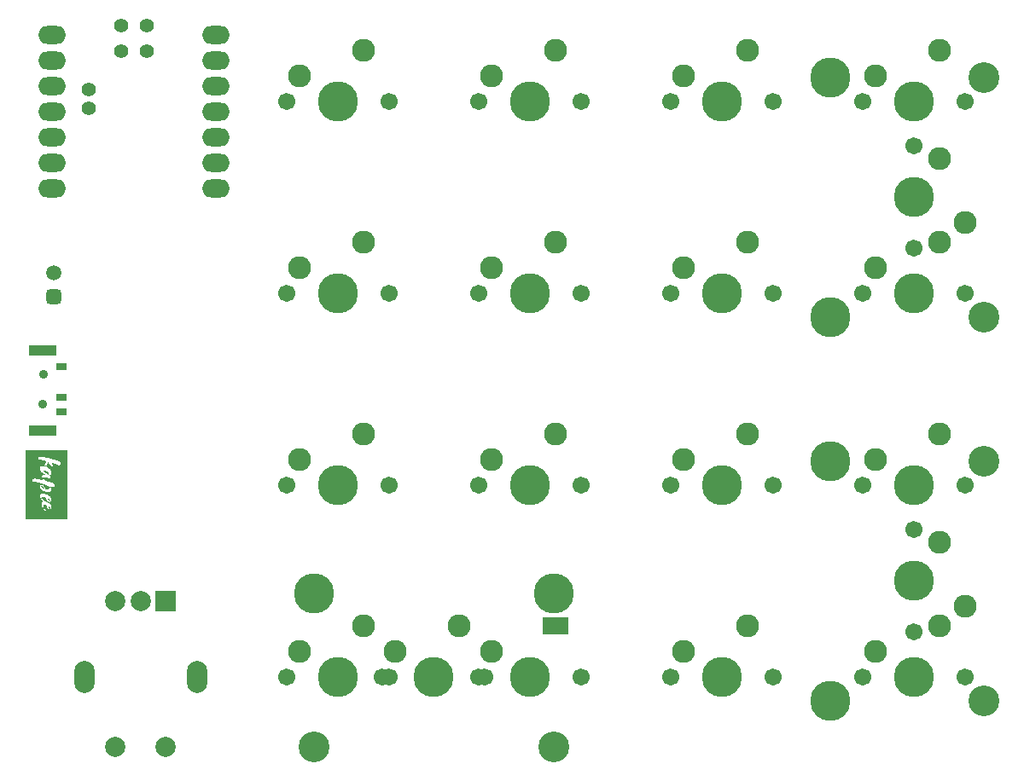
<source format=gbr>
%TF.GenerationSoftware,KiCad,Pcbnew,(7.0.0)*%
%TF.CreationDate,2023-06-29T20:35:03+03:00*%
%TF.ProjectId,kapeebar-a,6b617065-6562-4617-922d-612e6b696361,rev?*%
%TF.SameCoordinates,Original*%
%TF.FileFunction,Soldermask,Top*%
%TF.FilePolarity,Negative*%
%FSLAX46Y46*%
G04 Gerber Fmt 4.6, Leading zero omitted, Abs format (unit mm)*
G04 Created by KiCad (PCBNEW (7.0.0)) date 2023-06-29 20:35:03*
%MOMM*%
%LPD*%
G01*
G04 APERTURE LIST*
G04 Aperture macros list*
%AMRoundRect*
0 Rectangle with rounded corners*
0 $1 Rounding radius*
0 $2 $3 $4 $5 $6 $7 $8 $9 X,Y pos of 4 corners*
0 Add a 4 corners polygon primitive as box body*
4,1,4,$2,$3,$4,$5,$6,$7,$8,$9,$2,$3,0*
0 Add four circle primitives for the rounded corners*
1,1,$1+$1,$2,$3*
1,1,$1+$1,$4,$5*
1,1,$1+$1,$6,$7*
1,1,$1+$1,$8,$9*
0 Add four rect primitives between the rounded corners*
20,1,$1+$1,$2,$3,$4,$5,0*
20,1,$1+$1,$4,$5,$6,$7,0*
20,1,$1+$1,$6,$7,$8,$9,0*
20,1,$1+$1,$8,$9,$2,$3,0*%
G04 Aperture macros list end*
%ADD10C,0.250000*%
%ADD11O,2.750000X1.800000*%
%ADD12C,1.397000*%
%ADD13C,1.701800*%
%ADD14C,3.987800*%
%ADD15C,2.286000*%
%ADD16R,2.500000X1.800000*%
%ADD17RoundRect,0.375000X-0.375000X0.375000X-0.375000X-0.375000X0.375000X-0.375000X0.375000X0.375000X0*%
%ADD18C,3.048000*%
%ADD19C,0.900000*%
%ADD20R,1.000000X0.700000*%
%ADD21R,2.800000X1.000000*%
%ADD22C,1.500000*%
%ADD23O,2.000000X3.200000*%
%ADD24R,2.000000X2.000000*%
%ADD25C,2.000000*%
G04 APERTURE END LIST*
D10*
G36*
X135249448Y-98582203D02*
G01*
X135266835Y-98592232D01*
X135287260Y-98604790D01*
X135306229Y-98617372D01*
X135323744Y-98629978D01*
X135339803Y-98642607D01*
X135357154Y-98657794D01*
X135359859Y-98660354D01*
X135375566Y-98676794D01*
X135387974Y-98691912D01*
X135399762Y-98708317D01*
X135410929Y-98726010D01*
X135421476Y-98744992D01*
X135431404Y-98765261D01*
X135433968Y-98770672D01*
X135439097Y-98790214D01*
X135438242Y-98810690D01*
X135432299Y-98828455D01*
X135417238Y-98841953D01*
X135412925Y-98843587D01*
X135392470Y-98843709D01*
X135373762Y-98837068D01*
X135372106Y-98836270D01*
X135354761Y-98824459D01*
X135339855Y-98809995D01*
X135326061Y-98793683D01*
X135313679Y-98776985D01*
X135309805Y-98771573D01*
X135298597Y-98754881D01*
X135288006Y-98737501D01*
X135278034Y-98719435D01*
X135268681Y-98700682D01*
X135259945Y-98681241D01*
X135258566Y-98677975D01*
X135251330Y-98658398D01*
X135245880Y-98638854D01*
X135242217Y-98619345D01*
X135240339Y-98599871D01*
X135240406Y-98577194D01*
X135249448Y-98582203D01*
G37*
G36*
X135194852Y-97820074D02*
G01*
X135215177Y-97830023D01*
X135234434Y-97840049D01*
X135252623Y-97850150D01*
X135269743Y-97860328D01*
X135289640Y-97873158D01*
X135307867Y-97886107D01*
X135324425Y-97899176D01*
X135333826Y-97907393D01*
X135348941Y-97922196D01*
X135363364Y-97938382D01*
X135377096Y-97955951D01*
X135390136Y-97974903D01*
X135402484Y-97995240D01*
X135411864Y-98012504D01*
X135414429Y-98018023D01*
X135419558Y-98037698D01*
X135418703Y-98057934D01*
X135411819Y-98076724D01*
X135396233Y-98089197D01*
X135386371Y-98091578D01*
X135366830Y-98089978D01*
X135346896Y-98083335D01*
X135337076Y-98078319D01*
X135320521Y-98066572D01*
X135305183Y-98052537D01*
X135291405Y-98037717D01*
X135277042Y-98020320D01*
X135272856Y-98014958D01*
X135260617Y-97998277D01*
X135248859Y-97980703D01*
X135237582Y-97962236D01*
X135226785Y-97942876D01*
X135216470Y-97922623D01*
X135214817Y-97919178D01*
X135206001Y-97898731D01*
X135199075Y-97878661D01*
X135194037Y-97858969D01*
X135190889Y-97839654D01*
X135189603Y-97817599D01*
X135194852Y-97820074D01*
G37*
G36*
X134598879Y-96559260D02*
G01*
X134618075Y-96566587D01*
X134626379Y-96571121D01*
X134643720Y-96582478D01*
X134659695Y-96594920D01*
X134676418Y-96609699D01*
X134691348Y-96624228D01*
X134693918Y-96626845D01*
X134709557Y-96643446D01*
X134722878Y-96658460D01*
X134736462Y-96674548D01*
X134750308Y-96691710D01*
X134764416Y-96709944D01*
X134778787Y-96729253D01*
X134790411Y-96745319D01*
X134802081Y-96761767D01*
X134813797Y-96778597D01*
X134825559Y-96795809D01*
X134837367Y-96813402D01*
X134849220Y-96831377D01*
X134861119Y-96849733D01*
X134873064Y-96868471D01*
X134853072Y-96861542D01*
X134833699Y-96854494D01*
X134814947Y-96847326D01*
X134796815Y-96840040D01*
X134775875Y-96831138D01*
X134755828Y-96822065D01*
X134749449Y-96819029D01*
X134731434Y-96810127D01*
X134712544Y-96800133D01*
X134693760Y-96789226D01*
X134676205Y-96777613D01*
X134660780Y-96766574D01*
X134641523Y-96751710D01*
X134623762Y-96736678D01*
X134607497Y-96721477D01*
X134592728Y-96706109D01*
X134579455Y-96690573D01*
X134567678Y-96674869D01*
X134555060Y-96655003D01*
X134547176Y-96639593D01*
X134540129Y-96618681D01*
X134539157Y-96597627D01*
X134547607Y-96577973D01*
X134563365Y-96564633D01*
X134578363Y-96558527D01*
X134598879Y-96559260D01*
G37*
G36*
X137148713Y-99881732D02*
G01*
X132982344Y-99881732D01*
X132982344Y-96032183D01*
X133643057Y-96032183D01*
X133643068Y-96034404D01*
X133644385Y-96055660D01*
X133647896Y-96075200D01*
X133654293Y-96094710D01*
X133659107Y-96104006D01*
X133673662Y-96117550D01*
X133693860Y-96122065D01*
X133702952Y-96122674D01*
X133722934Y-96124612D01*
X133745313Y-96127513D01*
X133770089Y-96131375D01*
X133790243Y-96134902D01*
X133811745Y-96138971D01*
X133834596Y-96143581D01*
X133858795Y-96148731D01*
X133884341Y-96154423D01*
X133911236Y-96160655D01*
X133920434Y-96162839D01*
X133948491Y-96169585D01*
X133967582Y-96174245D01*
X133986982Y-96179034D01*
X134006691Y-96183954D01*
X134026710Y-96189003D01*
X134047037Y-96194181D01*
X134067674Y-96199490D01*
X134088619Y-96204928D01*
X134109874Y-96210496D01*
X134131438Y-96216194D01*
X134153311Y-96222021D01*
X134175494Y-96227978D01*
X134197985Y-96234065D01*
X134220785Y-96240282D01*
X134243895Y-96246629D01*
X134267235Y-96253080D01*
X134290728Y-96259612D01*
X134314374Y-96266223D01*
X134338173Y-96272915D01*
X134362124Y-96279687D01*
X134386227Y-96286539D01*
X134410484Y-96293472D01*
X134434893Y-96300484D01*
X134459454Y-96307577D01*
X134484169Y-96314750D01*
X134509036Y-96322002D01*
X134534055Y-96329335D01*
X134559228Y-96336749D01*
X134584553Y-96344242D01*
X134610030Y-96351815D01*
X134635660Y-96359469D01*
X134661361Y-96367220D01*
X134686929Y-96374963D01*
X134712362Y-96382699D01*
X134737662Y-96390427D01*
X134762829Y-96398147D01*
X134787862Y-96405860D01*
X134812761Y-96413565D01*
X134837527Y-96421262D01*
X134862159Y-96428952D01*
X134886658Y-96436634D01*
X134911023Y-96444309D01*
X134935255Y-96451976D01*
X134959353Y-96459635D01*
X134983317Y-96467287D01*
X135007148Y-96474931D01*
X135030845Y-96482567D01*
X135041135Y-96487009D01*
X135061171Y-96495985D01*
X135080481Y-96505083D01*
X135099066Y-96514304D01*
X135116927Y-96523646D01*
X135134062Y-96533110D01*
X135158405Y-96547536D01*
X135181117Y-96562236D01*
X135202197Y-96577211D01*
X135221646Y-96592461D01*
X135239463Y-96607986D01*
X135255649Y-96623785D01*
X135270203Y-96639860D01*
X135274681Y-96645289D01*
X135286888Y-96661513D01*
X135300306Y-96682999D01*
X135310458Y-96704317D01*
X135317342Y-96725467D01*
X135320960Y-96746449D01*
X135321311Y-96767263D01*
X135318395Y-96787909D01*
X135312213Y-96808387D01*
X135303504Y-96829079D01*
X135292765Y-96847436D01*
X135279996Y-96863456D01*
X135265196Y-96877142D01*
X135248366Y-96888491D01*
X135229506Y-96897505D01*
X135208616Y-96904184D01*
X135185695Y-96908527D01*
X135179698Y-96909313D01*
X135155430Y-96911706D01*
X135130719Y-96912893D01*
X135105566Y-96912874D01*
X135079970Y-96911649D01*
X135060483Y-96909939D01*
X135040746Y-96907550D01*
X135020761Y-96904483D01*
X135000526Y-96900738D01*
X134980043Y-96896315D01*
X134972637Y-96883490D01*
X134961465Y-96864475D01*
X134950215Y-96845726D01*
X134938887Y-96827243D01*
X134927483Y-96809026D01*
X134916001Y-96791076D01*
X134904442Y-96773392D01*
X134892806Y-96755974D01*
X134881092Y-96738822D01*
X134869301Y-96721936D01*
X134857433Y-96705317D01*
X134853465Y-96699878D01*
X134841580Y-96683869D01*
X134825773Y-96663246D01*
X134810012Y-96643447D01*
X134794296Y-96624472D01*
X134778626Y-96606322D01*
X134763003Y-96588996D01*
X134747424Y-96572494D01*
X134731892Y-96556817D01*
X134716421Y-96542147D01*
X134701026Y-96528424D01*
X134685707Y-96515647D01*
X134666666Y-96501007D01*
X134647745Y-96487845D01*
X134628942Y-96476163D01*
X134610259Y-96465959D01*
X134599228Y-96460615D01*
X134581072Y-96453197D01*
X134559663Y-96446751D01*
X134538665Y-96442985D01*
X134518080Y-96441897D01*
X134497907Y-96443488D01*
X134494932Y-96443970D01*
X134475010Y-96450388D01*
X134456677Y-96462136D01*
X134442229Y-96476447D01*
X134428948Y-96494674D01*
X134418773Y-96512853D01*
X134415090Y-96520711D01*
X134407319Y-96540723D01*
X134401599Y-96561259D01*
X134397931Y-96582320D01*
X134396784Y-96597627D01*
X134396314Y-96603906D01*
X134396748Y-96626017D01*
X134399233Y-96648652D01*
X134404072Y-96673458D01*
X134410285Y-96697806D01*
X134417872Y-96721696D01*
X134426833Y-96745128D01*
X134437167Y-96768102D01*
X134448876Y-96790619D01*
X134461958Y-96812677D01*
X134476414Y-96834277D01*
X134484154Y-96844894D01*
X134496163Y-96860562D01*
X134508654Y-96875920D01*
X134521626Y-96890970D01*
X134535078Y-96905710D01*
X134549011Y-96920142D01*
X134563426Y-96934264D01*
X134578321Y-96948077D01*
X134593696Y-96961581D01*
X134609553Y-96974776D01*
X134625891Y-96987661D01*
X134637086Y-96996134D01*
X134654186Y-97008556D01*
X134671656Y-97020634D01*
X134689494Y-97032369D01*
X134707703Y-97043761D01*
X134726280Y-97054809D01*
X134745226Y-97065514D01*
X134764542Y-97075875D01*
X134784227Y-97085893D01*
X134804281Y-97095567D01*
X134824704Y-97104898D01*
X134838514Y-97110974D01*
X134859263Y-97119743D01*
X134880056Y-97128101D01*
X134900891Y-97136047D01*
X134921770Y-97143580D01*
X134942691Y-97150701D01*
X134963656Y-97157410D01*
X134984663Y-97163707D01*
X135005713Y-97169592D01*
X135026806Y-97175064D01*
X135047942Y-97180125D01*
X135058075Y-97199451D01*
X135068077Y-97218837D01*
X135077950Y-97238285D01*
X135087693Y-97257794D01*
X135097306Y-97277364D01*
X135106790Y-97296995D01*
X135116143Y-97316687D01*
X135125367Y-97336440D01*
X135134462Y-97356254D01*
X135143426Y-97376130D01*
X135152261Y-97396066D01*
X135160966Y-97416063D01*
X135169541Y-97436122D01*
X135177986Y-97456241D01*
X135186302Y-97476422D01*
X135192136Y-97490850D01*
X135172677Y-97479805D01*
X135153081Y-97469095D01*
X135133545Y-97458831D01*
X135114069Y-97449013D01*
X135094653Y-97439642D01*
X135075298Y-97430718D01*
X135062299Y-97425037D01*
X135042143Y-97416738D01*
X135021198Y-97408706D01*
X134999462Y-97400939D01*
X134976936Y-97393439D01*
X134953621Y-97386204D01*
X134929515Y-97379236D01*
X134904619Y-97372534D01*
X134878934Y-97366099D01*
X134852458Y-97359929D01*
X134825193Y-97354026D01*
X134818656Y-97352682D01*
X134799379Y-97349011D01*
X134774451Y-97344958D01*
X134750409Y-97341867D01*
X134727251Y-97339738D01*
X134704980Y-97338570D01*
X134683593Y-97338364D01*
X134663092Y-97339119D01*
X134643476Y-97340837D01*
X134620130Y-97344142D01*
X134598024Y-97348259D01*
X134577159Y-97353187D01*
X134557533Y-97358926D01*
X134535620Y-97366883D01*
X134515493Y-97376008D01*
X134499989Y-97384430D01*
X134482770Y-97395008D01*
X134464591Y-97408002D01*
X134448469Y-97421696D01*
X134434404Y-97436091D01*
X134425546Y-97446693D01*
X134413257Y-97463310D01*
X134402206Y-97481492D01*
X134393372Y-97501060D01*
X134393372Y-97521607D01*
X134393372Y-97542215D01*
X134393372Y-97562884D01*
X134393372Y-97583614D01*
X134393494Y-97592168D01*
X134394867Y-97613604D01*
X134397768Y-97635111D01*
X134402195Y-97656690D01*
X134408148Y-97678340D01*
X134415628Y-97700062D01*
X134424635Y-97721855D01*
X134432908Y-97739410D01*
X134441854Y-97756904D01*
X134451471Y-97774337D01*
X134461759Y-97791709D01*
X134472720Y-97809020D01*
X134484352Y-97826269D01*
X134496656Y-97843458D01*
X134509631Y-97860585D01*
X134523316Y-97877751D01*
X134537505Y-97894810D01*
X134552198Y-97911762D01*
X134567395Y-97928607D01*
X134583095Y-97945345D01*
X134599299Y-97961977D01*
X134616006Y-97978501D01*
X134633218Y-97994919D01*
X134650742Y-98011306D01*
X134668389Y-98027495D01*
X134686158Y-98043485D01*
X134704048Y-98059277D01*
X134722061Y-98074870D01*
X134740196Y-98090265D01*
X134758453Y-98105462D01*
X134776833Y-98120460D01*
X134764733Y-98122152D01*
X134741576Y-98126533D01*
X134719808Y-98132243D01*
X134699429Y-98139280D01*
X134680439Y-98147645D01*
X134662838Y-98157339D01*
X134642791Y-98171323D01*
X134624914Y-98187382D01*
X134615274Y-98197633D01*
X134600734Y-98214280D01*
X134588102Y-98230377D01*
X134575462Y-98248970D01*
X134565570Y-98266773D01*
X134557503Y-98286545D01*
X134555799Y-98292809D01*
X134551488Y-98312038D01*
X134548380Y-98331919D01*
X134546474Y-98352452D01*
X134545769Y-98373639D01*
X134546268Y-98395477D01*
X134546924Y-98406664D01*
X134548882Y-98429115D01*
X134551699Y-98451670D01*
X134555374Y-98474327D01*
X134559907Y-98497088D01*
X134564341Y-98516133D01*
X134566334Y-98523764D01*
X134571648Y-98542824D01*
X134577439Y-98561860D01*
X134583707Y-98580872D01*
X134590453Y-98599861D01*
X134597675Y-98618825D01*
X134605374Y-98637766D01*
X134610184Y-98649008D01*
X134618411Y-98667228D01*
X134628629Y-98688242D01*
X134639225Y-98708329D01*
X134650199Y-98727489D01*
X134661550Y-98745721D01*
X134674464Y-98764788D01*
X134687806Y-98783640D01*
X134701575Y-98802279D01*
X134715772Y-98820704D01*
X134730396Y-98838915D01*
X134745448Y-98856913D01*
X134760926Y-98874697D01*
X134776833Y-98892267D01*
X134793067Y-98909563D01*
X134809531Y-98926522D01*
X134826223Y-98943146D01*
X134843145Y-98959434D01*
X134860295Y-98975386D01*
X134877675Y-98991002D01*
X134895283Y-99006283D01*
X134913120Y-99021227D01*
X134930981Y-99035829D01*
X134948658Y-99050079D01*
X134966152Y-99063978D01*
X134983462Y-99077525D01*
X135000590Y-99090722D01*
X135017534Y-99103568D01*
X135034295Y-99116062D01*
X135050873Y-99128206D01*
X135059105Y-99134186D01*
X135075133Y-99145757D01*
X135094353Y-99159491D01*
X135112667Y-99172414D01*
X135130074Y-99184526D01*
X135146574Y-99195827D01*
X135165179Y-99208317D01*
X135181393Y-99216947D01*
X135201327Y-99221018D01*
X135212843Y-99220675D01*
X135231124Y-99213202D01*
X135235124Y-99208348D01*
X135236498Y-99188290D01*
X135232368Y-99178956D01*
X135219580Y-99163564D01*
X135204258Y-99150188D01*
X135195122Y-99143814D01*
X135178755Y-99132337D01*
X135162677Y-99121014D01*
X135144380Y-99108094D01*
X135128146Y-99096607D01*
X135110491Y-99084097D01*
X135091418Y-99070564D01*
X135081581Y-99063449D01*
X135061874Y-99048657D01*
X135042121Y-99033117D01*
X135022322Y-99016829D01*
X135007442Y-99004122D01*
X134992537Y-98990995D01*
X134977607Y-98977446D01*
X134962650Y-98963477D01*
X134947668Y-98949088D01*
X134932660Y-98934277D01*
X134922734Y-98924200D01*
X134908173Y-98908849D01*
X134894008Y-98893214D01*
X134880238Y-98877295D01*
X134866863Y-98861094D01*
X134853883Y-98844609D01*
X134841298Y-98827841D01*
X134829107Y-98810789D01*
X134817312Y-98793454D01*
X134805912Y-98775835D01*
X134794907Y-98757934D01*
X134787927Y-98745920D01*
X134778301Y-98727728D01*
X134769689Y-98709329D01*
X134762089Y-98690725D01*
X134755504Y-98671914D01*
X134749931Y-98652898D01*
X134745371Y-98633675D01*
X134741825Y-98614246D01*
X134739292Y-98594611D01*
X134737772Y-98574771D01*
X134737265Y-98554724D01*
X134738742Y-98532043D01*
X134743173Y-98511630D01*
X134750558Y-98493484D01*
X134762906Y-98475178D01*
X134779275Y-98459957D01*
X134790335Y-98452890D01*
X134808556Y-98444635D01*
X134828734Y-98439197D01*
X134850871Y-98436575D01*
X134870813Y-98436542D01*
X134892115Y-98438464D01*
X134898806Y-98439388D01*
X134918196Y-98442265D01*
X134942460Y-98446341D01*
X134964907Y-98450691D01*
X134985538Y-98455317D01*
X135008772Y-98461485D01*
X135029168Y-98468082D01*
X135049896Y-98476566D01*
X135050888Y-98500111D01*
X135052764Y-98522934D01*
X135055525Y-98545036D01*
X135059170Y-98566417D01*
X135063699Y-98587076D01*
X135067173Y-98599871D01*
X135069113Y-98607014D01*
X135075412Y-98626231D01*
X135082594Y-98644727D01*
X135093547Y-98668266D01*
X135106072Y-98690523D01*
X135116008Y-98706560D01*
X135129110Y-98727114D01*
X135142043Y-98746722D01*
X135154809Y-98765384D01*
X135167406Y-98783099D01*
X135179836Y-98799868D01*
X135192098Y-98815690D01*
X135207189Y-98834137D01*
X135222026Y-98850257D01*
X135238208Y-98864912D01*
X135255732Y-98878101D01*
X135274600Y-98889825D01*
X135277075Y-98891186D01*
X135294536Y-98899991D01*
X135314778Y-98908509D01*
X135335325Y-98915379D01*
X135356177Y-98920599D01*
X135377212Y-98923897D01*
X135397820Y-98924996D01*
X135418001Y-98923897D01*
X135437754Y-98920599D01*
X135449844Y-98917682D01*
X135470225Y-98910809D01*
X135488828Y-98901848D01*
X135505653Y-98890802D01*
X135520003Y-98875964D01*
X135530855Y-98858273D01*
X135538892Y-98839611D01*
X135545762Y-98817721D01*
X135550594Y-98797012D01*
X135551452Y-98792631D01*
X135554910Y-98770268D01*
X135556985Y-98747141D01*
X135557677Y-98723251D01*
X135557234Y-98703590D01*
X135555906Y-98683440D01*
X135553693Y-98662801D01*
X135550594Y-98641674D01*
X135546327Y-98617555D01*
X135540611Y-98593802D01*
X135533444Y-98570416D01*
X135524826Y-98547396D01*
X135514759Y-98524743D01*
X135503242Y-98502456D01*
X135490274Y-98480535D01*
X135475856Y-98458980D01*
X135460499Y-98438105D01*
X135444471Y-98417978D01*
X135427770Y-98398599D01*
X135410399Y-98379968D01*
X135392355Y-98362085D01*
X135373640Y-98344950D01*
X135354253Y-98328562D01*
X135334195Y-98312923D01*
X135322901Y-98304472D01*
X135305966Y-98292160D01*
X135289041Y-98280286D01*
X135272123Y-98268850D01*
X135255215Y-98257852D01*
X135238315Y-98247292D01*
X135221423Y-98237170D01*
X135198915Y-98224355D01*
X135176422Y-98212318D01*
X135153944Y-98201060D01*
X135148288Y-98198359D01*
X135124902Y-98187891D01*
X135106561Y-98180391D01*
X135087533Y-98173191D01*
X135067818Y-98166292D01*
X135047416Y-98159693D01*
X135026327Y-98153394D01*
X135004551Y-98147397D01*
X134982088Y-98141699D01*
X134958939Y-98136303D01*
X134935102Y-98131206D01*
X134932171Y-98130230D01*
X134924489Y-98124482D01*
X134905384Y-98110047D01*
X134886421Y-98095517D01*
X134867602Y-98080891D01*
X134848926Y-98066169D01*
X134830394Y-98051352D01*
X134812004Y-98036440D01*
X134804732Y-98030462D01*
X134787036Y-98015567D01*
X134770032Y-98000743D01*
X134753720Y-97985990D01*
X134738099Y-97971309D01*
X134723170Y-97956700D01*
X134708933Y-97942163D01*
X134706203Y-97939297D01*
X134690541Y-97922284D01*
X134676115Y-97905580D01*
X134662926Y-97889185D01*
X134650973Y-97873100D01*
X134638591Y-97854724D01*
X134628313Y-97836839D01*
X134619658Y-97817085D01*
X134614300Y-97798065D01*
X134612213Y-97777543D01*
X134613251Y-97758662D01*
X134617235Y-97738145D01*
X134625660Y-97717161D01*
X134638152Y-97699357D01*
X134654711Y-97684731D01*
X134669027Y-97676478D01*
X134688536Y-97668967D01*
X134710587Y-97664067D01*
X134730904Y-97661978D01*
X134752986Y-97661701D01*
X134776833Y-97663237D01*
X134780575Y-97663700D01*
X134802488Y-97666677D01*
X134823474Y-97669997D01*
X134843533Y-97673660D01*
X134862664Y-97677668D01*
X134883811Y-97682777D01*
X134895199Y-97685921D01*
X134915960Y-97692027D01*
X134936104Y-97698605D01*
X134956107Y-97706224D01*
X134956178Y-97714068D01*
X134957237Y-97737212D01*
X134959566Y-97759772D01*
X134963167Y-97781748D01*
X134968039Y-97803141D01*
X134972307Y-97817599D01*
X134974181Y-97823949D01*
X134976480Y-97830811D01*
X134983859Y-97850938D01*
X134991959Y-97870378D01*
X135000781Y-97889131D01*
X135010323Y-97907198D01*
X135020587Y-97924577D01*
X135029501Y-97938688D01*
X135040354Y-97954991D01*
X135053234Y-97973143D01*
X135066347Y-97990360D01*
X135079694Y-98006643D01*
X135092901Y-98022227D01*
X135107364Y-98038950D01*
X135121157Y-98054513D01*
X135135870Y-98070634D01*
X135144495Y-98079816D01*
X135160543Y-98094820D01*
X135177807Y-98108467D01*
X135196286Y-98120759D01*
X135215981Y-98131695D01*
X135227606Y-98137328D01*
X135248059Y-98146083D01*
X135268652Y-98153436D01*
X135289385Y-98159387D01*
X135310259Y-98163935D01*
X135322181Y-98165897D01*
X135342825Y-98168191D01*
X135363187Y-98169036D01*
X135383270Y-98168431D01*
X135403071Y-98166377D01*
X135425053Y-98162378D01*
X135445570Y-98156241D01*
X135464621Y-98147968D01*
X135482206Y-98137557D01*
X135486702Y-98134498D01*
X135501114Y-98120817D01*
X135513469Y-98102508D01*
X135522422Y-98083131D01*
X135528729Y-98064386D01*
X135533986Y-98043279D01*
X135538143Y-98020846D01*
X135540845Y-97997817D01*
X135542093Y-97974192D01*
X135541885Y-97949971D01*
X135540672Y-97930164D01*
X135538527Y-97909976D01*
X135535451Y-97889406D01*
X135532810Y-97876992D01*
X135526338Y-97852415D01*
X135518278Y-97828174D01*
X135508630Y-97804268D01*
X135500353Y-97786560D01*
X135491182Y-97769040D01*
X135481118Y-97751709D01*
X135470162Y-97734568D01*
X135458312Y-97717615D01*
X135445570Y-97700851D01*
X135436699Y-97689839D01*
X135423099Y-97673700D01*
X135409147Y-97658017D01*
X135394843Y-97642788D01*
X135380187Y-97628015D01*
X135365179Y-97613696D01*
X135349819Y-97599833D01*
X135334107Y-97586425D01*
X135318042Y-97573472D01*
X135301626Y-97560974D01*
X135284858Y-97548932D01*
X135271560Y-97540055D01*
X135251663Y-97527112D01*
X135250165Y-97526168D01*
X135252129Y-97515226D01*
X135252335Y-97510158D01*
X135250253Y-97490065D01*
X135244802Y-97471262D01*
X135241615Y-97462710D01*
X135233549Y-97441296D01*
X135225339Y-97419834D01*
X135216986Y-97398324D01*
X135208490Y-97376767D01*
X135199851Y-97355162D01*
X135191069Y-97333509D01*
X135187577Y-97324898D01*
X135178747Y-97303353D01*
X135169774Y-97281783D01*
X135160658Y-97260190D01*
X135151398Y-97238573D01*
X135141996Y-97216933D01*
X135132450Y-97195268D01*
X135139442Y-97196611D01*
X135159317Y-97199176D01*
X135166577Y-97199648D01*
X135186184Y-97200153D01*
X135199047Y-97201364D01*
X135223914Y-97202998D01*
X135247636Y-97203578D01*
X135270213Y-97203105D01*
X135291645Y-97201578D01*
X135311933Y-97198998D01*
X135335682Y-97194292D01*
X135357642Y-97187941D01*
X135374190Y-97181911D01*
X135393672Y-97173558D01*
X135411818Y-97164299D01*
X135431831Y-97151991D01*
X135449920Y-97138378D01*
X135466086Y-97123461D01*
X135468628Y-97120889D01*
X135482939Y-97105158D01*
X135495636Y-97088912D01*
X135506719Y-97072151D01*
X135516187Y-97054875D01*
X135525193Y-97034068D01*
X135528557Y-97025135D01*
X135535506Y-97004625D01*
X135541193Y-96984583D01*
X135545618Y-96965008D01*
X135549129Y-96943209D01*
X135550630Y-96922611D01*
X135550920Y-96902400D01*
X135550000Y-96882575D01*
X135546890Y-96856742D01*
X135541627Y-96831596D01*
X135534212Y-96807138D01*
X135524645Y-96783366D01*
X135512925Y-96760281D01*
X135502723Y-96743419D01*
X135495403Y-96732390D01*
X135483994Y-96716161D01*
X135472070Y-96700310D01*
X135459631Y-96684837D01*
X135446676Y-96669741D01*
X135433207Y-96655024D01*
X135419222Y-96640684D01*
X135404722Y-96626722D01*
X135389707Y-96613138D01*
X135374176Y-96599932D01*
X135358131Y-96587103D01*
X135375436Y-96593167D01*
X135397921Y-96601025D01*
X135419735Y-96608623D01*
X135440878Y-96615962D01*
X135461348Y-96623041D01*
X135481147Y-96629860D01*
X135500274Y-96636421D01*
X135523239Y-96644256D01*
X135536445Y-96648754D01*
X135557311Y-96655888D01*
X135576745Y-96662569D01*
X135598178Y-96669988D01*
X135617549Y-96676754D01*
X135637545Y-96683823D01*
X135658641Y-96690693D01*
X135679921Y-96695181D01*
X135701384Y-96697287D01*
X135723030Y-96697012D01*
X135744553Y-96694204D01*
X135765161Y-96688708D01*
X135784854Y-96680526D01*
X135803630Y-96669657D01*
X135812613Y-96663330D01*
X135827490Y-96650604D01*
X135841291Y-96635774D01*
X135854017Y-96618841D01*
X135865667Y-96599804D01*
X135870233Y-96591110D01*
X135878178Y-96572666D01*
X135884544Y-96552813D01*
X135889329Y-96531553D01*
X135892535Y-96508884D01*
X135894000Y-96488918D01*
X135893053Y-96476041D01*
X135888084Y-96456985D01*
X135878856Y-96438237D01*
X135865370Y-96419799D01*
X135850877Y-96404670D01*
X135833427Y-96389755D01*
X135817948Y-96378192D01*
X135801798Y-96366949D01*
X135784976Y-96356027D01*
X135767482Y-96345425D01*
X135749316Y-96335144D01*
X135730479Y-96325183D01*
X135710970Y-96315543D01*
X135690790Y-96306224D01*
X135670388Y-96297225D01*
X135649970Y-96288547D01*
X135629538Y-96280189D01*
X135609090Y-96272152D01*
X135588627Y-96264436D01*
X135568149Y-96257040D01*
X135547656Y-96249964D01*
X135527147Y-96243209D01*
X135507409Y-96236851D01*
X135484583Y-96229569D01*
X135463808Y-96223027D01*
X135445084Y-96217224D01*
X135425323Y-96211236D01*
X135406002Y-96205596D01*
X135383108Y-96199114D01*
X135360222Y-96192613D01*
X135337343Y-96186093D01*
X135314472Y-96179553D01*
X135291609Y-96172995D01*
X135268753Y-96166418D01*
X135245905Y-96159821D01*
X135223064Y-96153206D01*
X135200232Y-96146571D01*
X135177406Y-96139917D01*
X135154589Y-96133245D01*
X135131779Y-96126553D01*
X135108976Y-96119842D01*
X135086182Y-96113112D01*
X135063395Y-96106363D01*
X135040615Y-96099594D01*
X135025673Y-96095165D01*
X135012358Y-96086448D01*
X134995959Y-96075495D01*
X134979603Y-96064352D01*
X134963289Y-96053020D01*
X134947019Y-96041500D01*
X134930792Y-96029791D01*
X134914607Y-96017892D01*
X134898466Y-96005805D01*
X134893119Y-96001770D01*
X134877392Y-95989594D01*
X134857158Y-95973199D01*
X134837764Y-95956621D01*
X134819209Y-95939860D01*
X134801494Y-95922915D01*
X134784618Y-95905788D01*
X134768582Y-95888477D01*
X134753385Y-95870983D01*
X134746272Y-95862297D01*
X134733693Y-95845200D01*
X134723313Y-95828470D01*
X134713429Y-95808072D01*
X134706979Y-95788246D01*
X134703774Y-95765211D01*
X134705514Y-95743000D01*
X134709945Y-95730966D01*
X134726168Y-95718631D01*
X134746547Y-95713202D01*
X134756355Y-95711897D01*
X134777665Y-95710248D01*
X134798164Y-95709858D01*
X134820394Y-95710449D01*
X134840824Y-95711737D01*
X134854998Y-95713050D01*
X134876745Y-95715362D01*
X134899076Y-95718087D01*
X134921991Y-95721224D01*
X134941533Y-95724153D01*
X134961480Y-95727368D01*
X134977608Y-95730116D01*
X134997446Y-95733723D01*
X135016925Y-95737520D01*
X135039829Y-95742328D01*
X135062217Y-95747412D01*
X135084090Y-95752770D01*
X135105208Y-95758380D01*
X135125329Y-95763852D01*
X135144455Y-95769187D01*
X135165509Y-95775238D01*
X135185207Y-95781102D01*
X135200543Y-95785756D01*
X135220988Y-95792215D01*
X135240406Y-95799176D01*
X135257473Y-95805871D01*
X135279188Y-95813114D01*
X135299712Y-95818434D01*
X135323693Y-95822379D01*
X135345813Y-95823319D01*
X135366072Y-95821253D01*
X135387928Y-95814807D01*
X135407208Y-95805402D01*
X135424015Y-95794039D01*
X135440498Y-95778308D01*
X135453614Y-95759912D01*
X135462178Y-95742023D01*
X135464525Y-95735764D01*
X135469689Y-95716622D01*
X135472036Y-95696930D01*
X135471566Y-95676688D01*
X135468280Y-95655897D01*
X135462178Y-95634556D01*
X135459604Y-95627481D01*
X135450302Y-95607812D01*
X135438630Y-95590478D01*
X135424588Y-95575480D01*
X135408176Y-95562817D01*
X135389394Y-95552491D01*
X135383903Y-95549774D01*
X135361425Y-95538318D01*
X135344026Y-95529104D01*
X135326163Y-95519358D01*
X135307836Y-95509080D01*
X135289045Y-95498270D01*
X135269791Y-95486927D01*
X135250073Y-95475051D01*
X135229892Y-95462643D01*
X135209247Y-95449703D01*
X135188138Y-95436231D01*
X135173975Y-95427047D01*
X135152975Y-95413178D01*
X135132267Y-95399198D01*
X135111851Y-95385105D01*
X135091727Y-95370902D01*
X135071894Y-95356586D01*
X135052354Y-95342159D01*
X135033106Y-95327621D01*
X135014149Y-95312970D01*
X134995485Y-95298208D01*
X134977112Y-95283335D01*
X134965121Y-95273474D01*
X134947736Y-95258796D01*
X134931072Y-95244256D01*
X134915130Y-95229853D01*
X134899908Y-95215588D01*
X134885408Y-95201460D01*
X134871630Y-95187470D01*
X134854380Y-95169029D01*
X134838412Y-95150833D01*
X134823727Y-95132881D01*
X134817036Y-95124176D01*
X134805632Y-95107659D01*
X134795092Y-95088688D01*
X134787891Y-95068377D01*
X134786999Y-95048068D01*
X134795884Y-95029322D01*
X134805393Y-95021878D01*
X134825542Y-95016854D01*
X134846198Y-95017599D01*
X134848477Y-95017907D01*
X134867998Y-95020986D01*
X134887605Y-95025040D01*
X134908235Y-95030788D01*
X134916641Y-95033360D01*
X134937471Y-95040391D01*
X134958038Y-95048282D01*
X134978343Y-95057031D01*
X134998386Y-95066638D01*
X135018166Y-95077104D01*
X135037684Y-95088429D01*
X135045416Y-95093180D01*
X135064545Y-95105493D01*
X135083388Y-95118425D01*
X135101945Y-95131978D01*
X135120215Y-95146151D01*
X135138200Y-95160943D01*
X135155898Y-95176357D01*
X135173145Y-95192122D01*
X135188985Y-95207543D01*
X135203416Y-95222621D01*
X135218473Y-95239779D01*
X135231613Y-95256468D01*
X135243330Y-95272834D01*
X135255062Y-95290793D01*
X135265022Y-95307959D01*
X135274111Y-95326322D01*
X135281384Y-95343718D01*
X135288384Y-95363721D01*
X135293651Y-95383963D01*
X135295832Y-95393569D01*
X135300439Y-95413674D01*
X135304886Y-95432812D01*
X135305476Y-95435496D01*
X135313116Y-95454639D01*
X135325947Y-95469629D01*
X135343967Y-95480467D01*
X135363993Y-95486545D01*
X135370299Y-95487802D01*
X135391680Y-95490851D01*
X135411986Y-95491796D01*
X135433877Y-95490300D01*
X135454362Y-95486056D01*
X135456787Y-95485141D01*
X135474915Y-95475615D01*
X135490783Y-95462182D01*
X135504392Y-95444840D01*
X135514446Y-95426461D01*
X135519522Y-95415203D01*
X135526972Y-95395391D01*
X135532598Y-95375439D01*
X135536402Y-95355347D01*
X135538382Y-95335114D01*
X135539313Y-95311331D01*
X135539176Y-95287121D01*
X135537970Y-95262483D01*
X135535695Y-95237417D01*
X135532352Y-95211924D01*
X135529144Y-95192524D01*
X135525334Y-95172884D01*
X135520923Y-95153003D01*
X135515912Y-95132881D01*
X135512187Y-95119444D01*
X135505684Y-95099503D01*
X135498082Y-95079820D01*
X135489381Y-95060394D01*
X135479581Y-95041225D01*
X135468681Y-95022315D01*
X135456683Y-95003662D01*
X135443585Y-94985266D01*
X135429389Y-94967128D01*
X135414093Y-94949248D01*
X135397698Y-94931625D01*
X135382570Y-94915648D01*
X135367351Y-94900080D01*
X135352040Y-94884919D01*
X135336637Y-94870168D01*
X135321143Y-94855824D01*
X135305557Y-94841889D01*
X135289880Y-94828362D01*
X135274111Y-94815243D01*
X135258251Y-94802533D01*
X135242299Y-94790231D01*
X135226255Y-94778338D01*
X135210120Y-94766853D01*
X135193893Y-94755776D01*
X135169381Y-94739927D01*
X135144662Y-94724996D01*
X135128153Y-94715581D01*
X135103532Y-94702103D01*
X135079083Y-94689397D01*
X135054806Y-94677465D01*
X135030700Y-94666305D01*
X135006766Y-94655918D01*
X134983004Y-94646304D01*
X134959414Y-94637462D01*
X134935995Y-94629394D01*
X134912748Y-94622098D01*
X134889673Y-94615575D01*
X134866968Y-94609886D01*
X134844650Y-94604910D01*
X134822718Y-94600647D01*
X134801173Y-94597096D01*
X134780014Y-94594259D01*
X134759242Y-94592133D01*
X134738855Y-94590721D01*
X134718856Y-94590021D01*
X134692790Y-94590197D01*
X134667412Y-94591639D01*
X134655114Y-94592799D01*
X134631468Y-94595852D01*
X134609089Y-94599882D01*
X134587978Y-94604889D01*
X134568133Y-94610873D01*
X134549555Y-94617834D01*
X134528115Y-94627909D01*
X134508654Y-94639511D01*
X134501380Y-94643579D01*
X134484197Y-94654618D01*
X134468446Y-94666896D01*
X134454125Y-94680416D01*
X134441235Y-94695175D01*
X134429777Y-94711175D01*
X134419750Y-94728415D01*
X134416201Y-94735653D01*
X134408329Y-94754031D01*
X134401889Y-94772814D01*
X134396881Y-94792003D01*
X134393303Y-94811597D01*
X134391156Y-94831597D01*
X134390441Y-94852002D01*
X134390546Y-94860266D01*
X134391726Y-94881110D01*
X134394219Y-94902217D01*
X134398023Y-94923586D01*
X134403139Y-94945217D01*
X134409567Y-94967111D01*
X134417307Y-94989267D01*
X134422577Y-95002679D01*
X134432389Y-95024804D01*
X134441167Y-95042298D01*
X134450769Y-95059608D01*
X134461195Y-95076736D01*
X134472445Y-95093680D01*
X134484520Y-95110441D01*
X134497419Y-95127019D01*
X134513493Y-95146101D01*
X134530697Y-95164999D01*
X134544341Y-95179053D01*
X134558621Y-95193003D01*
X134573536Y-95206851D01*
X134589086Y-95220595D01*
X134605272Y-95234236D01*
X134622093Y-95247775D01*
X134639550Y-95261210D01*
X134657642Y-95274542D01*
X134669992Y-95283402D01*
X134688573Y-95296483D01*
X134707224Y-95309316D01*
X134725942Y-95321900D01*
X134744730Y-95334235D01*
X134763586Y-95346320D01*
X134782511Y-95358157D01*
X134801505Y-95369745D01*
X134820568Y-95381084D01*
X134839699Y-95392173D01*
X134858898Y-95403014D01*
X134871757Y-95410164D01*
X134890953Y-95420681D01*
X134910037Y-95430949D01*
X134929009Y-95440968D01*
X134947870Y-95450739D01*
X134966619Y-95460260D01*
X134985256Y-95469532D01*
X135003782Y-95478555D01*
X135022196Y-95487329D01*
X135040498Y-95495854D01*
X135058689Y-95504130D01*
X135070691Y-95509544D01*
X135093803Y-95519878D01*
X135115724Y-95529556D01*
X135136454Y-95538578D01*
X135155993Y-95546944D01*
X135174342Y-95554652D01*
X135195603Y-95563366D01*
X135215004Y-95571053D01*
X135207124Y-95568393D01*
X135183810Y-95560741D01*
X135160985Y-95553579D01*
X135138650Y-95546905D01*
X135116804Y-95540722D01*
X135095448Y-95535027D01*
X135074581Y-95529822D01*
X135054203Y-95525107D01*
X135034315Y-95520881D01*
X135014916Y-95517144D01*
X134989813Y-95512923D01*
X134977652Y-95511156D01*
X134954006Y-95508012D01*
X134931261Y-95505386D01*
X134909417Y-95503279D01*
X134888473Y-95501692D01*
X134868430Y-95500623D01*
X134844642Y-95500017D01*
X134822262Y-95500223D01*
X134813752Y-95500509D01*
X134793344Y-95501592D01*
X134770492Y-95503584D01*
X134749426Y-95506331D01*
X134730146Y-95509835D01*
X134709910Y-95514877D01*
X134701965Y-95517372D01*
X134682792Y-95524233D01*
X134662947Y-95533240D01*
X134646407Y-95543698D01*
X134642440Y-95547175D01*
X134627831Y-95561639D01*
X134615238Y-95576988D01*
X134602329Y-95597420D01*
X134592569Y-95619235D01*
X134585957Y-95642433D01*
X134582934Y-95661988D01*
X134581927Y-95682428D01*
X134582851Y-95703730D01*
X134585621Y-95725628D01*
X134590239Y-95748121D01*
X134596704Y-95771210D01*
X134605016Y-95794894D01*
X134612462Y-95813048D01*
X134620947Y-95831536D01*
X134630471Y-95850359D01*
X134641034Y-95869518D01*
X134643351Y-95873451D01*
X134655751Y-95892959D01*
X134669511Y-95912205D01*
X134684631Y-95931189D01*
X134697706Y-95946187D01*
X134711650Y-95961017D01*
X134726465Y-95975679D01*
X134742150Y-95990174D01*
X134754748Y-96001136D01*
X134772841Y-96016233D01*
X134790514Y-96030360D01*
X134788677Y-96029888D01*
X134765567Y-96024032D01*
X134742423Y-96018256D01*
X134719245Y-96012560D01*
X134696032Y-96006944D01*
X134672785Y-96001409D01*
X134650172Y-95996005D01*
X134627516Y-95990662D01*
X134604819Y-95985380D01*
X134582080Y-95980160D01*
X134559298Y-95975000D01*
X134536475Y-95969902D01*
X134513610Y-95964864D01*
X134490702Y-95959888D01*
X134467753Y-95954972D01*
X134444762Y-95950118D01*
X134421728Y-95945325D01*
X134398653Y-95940592D01*
X134375536Y-95935921D01*
X134352377Y-95931311D01*
X134329176Y-95926762D01*
X134305933Y-95922274D01*
X134282701Y-95917864D01*
X134259534Y-95913550D01*
X134236432Y-95909331D01*
X134213395Y-95905208D01*
X134190423Y-95901180D01*
X134167516Y-95897247D01*
X134144673Y-95893410D01*
X134121896Y-95889668D01*
X134099183Y-95886021D01*
X134076535Y-95882470D01*
X134053952Y-95879015D01*
X134031434Y-95875654D01*
X134008981Y-95872389D01*
X133986593Y-95869220D01*
X133964269Y-95866146D01*
X133942011Y-95863167D01*
X133925354Y-95860886D01*
X133904040Y-95858726D01*
X133883749Y-95857574D01*
X133859823Y-95857550D01*
X133837495Y-95859100D01*
X133816766Y-95862225D01*
X133794000Y-95868052D01*
X133773226Y-95875259D01*
X133754135Y-95883325D01*
X133736727Y-95892249D01*
X133718544Y-95903747D01*
X133702653Y-95916412D01*
X133690586Y-95927707D01*
X133676847Y-95943140D01*
X133664602Y-95961013D01*
X133655758Y-95979427D01*
X133650809Y-95993472D01*
X133645488Y-96012709D01*
X133643057Y-96032183D01*
X132982344Y-96032183D01*
X132982344Y-93853049D01*
X134237056Y-93853049D01*
X134237100Y-93857764D01*
X134238384Y-93877801D01*
X134241895Y-93897798D01*
X134248291Y-93917040D01*
X134252220Y-93924511D01*
X134267660Y-93938830D01*
X134287859Y-93943419D01*
X134305913Y-93945113D01*
X134326373Y-93947632D01*
X134349236Y-93950975D01*
X134370125Y-93954390D01*
X134392685Y-93958379D01*
X134411934Y-93961981D01*
X134432061Y-93966034D01*
X134452875Y-93970377D01*
X134474376Y-93975010D01*
X134496564Y-93979933D01*
X134519439Y-93985146D01*
X134543001Y-93990649D01*
X134567250Y-93996442D01*
X134592185Y-94002525D01*
X134604951Y-94005729D01*
X134624342Y-94010642D01*
X134644026Y-94015684D01*
X134664001Y-94020855D01*
X134684269Y-94026154D01*
X134704828Y-94031582D01*
X134725679Y-94037139D01*
X134746822Y-94042825D01*
X134768258Y-94048640D01*
X134789985Y-94054583D01*
X134812004Y-94060655D01*
X134826874Y-94064765D01*
X134849301Y-94071002D01*
X134871874Y-94077325D01*
X134894593Y-94083733D01*
X134917457Y-94090228D01*
X134940468Y-94096808D01*
X134963625Y-94103474D01*
X134986928Y-94110226D01*
X135010377Y-94117064D01*
X135033971Y-94123988D01*
X135057712Y-94130997D01*
X135057712Y-94133928D01*
X135052343Y-94141670D01*
X135040532Y-94158729D01*
X135028678Y-94175877D01*
X135017168Y-94192546D01*
X135005200Y-94210284D01*
X134993232Y-94228328D01*
X134981264Y-94246677D01*
X134969296Y-94265331D01*
X134966319Y-94270042D01*
X134954718Y-94289078D01*
X134943605Y-94308419D01*
X134934282Y-94325592D01*
X134925332Y-94343000D01*
X134919429Y-94355279D01*
X134910827Y-94373933D01*
X134902391Y-94393459D01*
X134894558Y-94413342D01*
X134887514Y-94432638D01*
X134881424Y-94454345D01*
X134877909Y-94474472D01*
X134877064Y-94495957D01*
X134880392Y-94517878D01*
X134882657Y-94525348D01*
X134891360Y-94545080D01*
X134904383Y-94562292D01*
X134920936Y-94574542D01*
X134926570Y-94577241D01*
X134946033Y-94582889D01*
X134966546Y-94583385D01*
X134985905Y-94579427D01*
X134998561Y-94574487D01*
X135015550Y-94563663D01*
X135030143Y-94548744D01*
X135041104Y-94532044D01*
X135048500Y-94514802D01*
X135057331Y-94495738D01*
X135066016Y-94477822D01*
X135073543Y-94463126D01*
X135083358Y-94443750D01*
X135092211Y-94426073D01*
X135101187Y-94407969D01*
X135108183Y-94394585D01*
X135117616Y-94377274D01*
X135128376Y-94358529D01*
X135139289Y-94340558D01*
X135147631Y-94327558D01*
X135159038Y-94309869D01*
X135170552Y-94292197D01*
X135181385Y-94277207D01*
X135195887Y-94262362D01*
X135215493Y-94254584D01*
X135223484Y-94256576D01*
X135240633Y-94267722D01*
X135255135Y-94281918D01*
X135269226Y-94298548D01*
X135283339Y-94315400D01*
X135297345Y-94332253D01*
X135311244Y-94349106D01*
X135325036Y-94365959D01*
X135338721Y-94382812D01*
X135352299Y-94399664D01*
X135365771Y-94416517D01*
X135379136Y-94433370D01*
X135392477Y-94450314D01*
X135405636Y-94467442D01*
X135418611Y-94484752D01*
X135431404Y-94502246D01*
X135444013Y-94519923D01*
X135456438Y-94537784D01*
X135468681Y-94555827D01*
X135480741Y-94574054D01*
X135491400Y-94588714D01*
X135505718Y-94605429D01*
X135521973Y-94620366D01*
X135538382Y-94631206D01*
X135549882Y-94637166D01*
X135568357Y-94645782D01*
X135588299Y-94654013D01*
X135607258Y-94661004D01*
X135621302Y-94664149D01*
X135641910Y-94664172D01*
X135661969Y-94658562D01*
X135674792Y-94652242D01*
X135691736Y-94640129D01*
X135705933Y-94624856D01*
X135714197Y-94611482D01*
X135721009Y-94591367D01*
X135723030Y-94570634D01*
X135723010Y-94568682D01*
X135720213Y-94547462D01*
X135713563Y-94528571D01*
X135703002Y-94510062D01*
X135699147Y-94504401D01*
X135687492Y-94487622D01*
X135675700Y-94471153D01*
X135663770Y-94454993D01*
X135651703Y-94439142D01*
X135639499Y-94423600D01*
X135625464Y-94405768D01*
X135611569Y-94387750D01*
X135599771Y-94372156D01*
X135588076Y-94356426D01*
X135576484Y-94340558D01*
X135571985Y-94334640D01*
X135558628Y-94318451D01*
X135545221Y-94303921D01*
X135540031Y-94298438D01*
X135526536Y-94284292D01*
X135512004Y-94269239D01*
X135514935Y-94269727D01*
X135544732Y-94278735D01*
X135574164Y-94287687D01*
X135603228Y-94296580D01*
X135631927Y-94305417D01*
X135660259Y-94314196D01*
X135688225Y-94322919D01*
X135715824Y-94331583D01*
X135743057Y-94340191D01*
X135769924Y-94348742D01*
X135796425Y-94357235D01*
X135822559Y-94365671D01*
X135848326Y-94374049D01*
X135873727Y-94382371D01*
X135898762Y-94390635D01*
X135923431Y-94398842D01*
X135947733Y-94406992D01*
X135959722Y-94411023D01*
X135983097Y-94418911D01*
X136005667Y-94426567D01*
X136027431Y-94433989D01*
X136048390Y-94441179D01*
X136068544Y-94448136D01*
X136087893Y-94454861D01*
X136115406Y-94464511D01*
X136141107Y-94473637D01*
X136164997Y-94482239D01*
X136187074Y-94490318D01*
X136207340Y-94497873D01*
X136231543Y-94507131D01*
X136252640Y-94514184D01*
X136273919Y-94518733D01*
X136295382Y-94520778D01*
X136317028Y-94520320D01*
X136338552Y-94517450D01*
X136359160Y-94511772D01*
X136378852Y-94503284D01*
X136397628Y-94491988D01*
X136406612Y-94485432D01*
X136421488Y-94472379D01*
X136435289Y-94457315D01*
X136448015Y-94440241D01*
X136459666Y-94421158D01*
X136464231Y-94412376D01*
X136472177Y-94393783D01*
X136478542Y-94373817D01*
X136483328Y-94352476D01*
X136486534Y-94329761D01*
X136487998Y-94309783D01*
X136487052Y-94296800D01*
X136482083Y-94277640D01*
X136472855Y-94258858D01*
X136459368Y-94240454D01*
X136444876Y-94225406D01*
X136427426Y-94210620D01*
X136411947Y-94199065D01*
X136395796Y-94187845D01*
X136378974Y-94176961D01*
X136361480Y-94166412D01*
X136343315Y-94156200D01*
X136324478Y-94146323D01*
X136304969Y-94136783D01*
X136284788Y-94127578D01*
X136264386Y-94118686D01*
X136243969Y-94110084D01*
X136223537Y-94101772D01*
X136203089Y-94093750D01*
X136182626Y-94086018D01*
X136162148Y-94078577D01*
X136141654Y-94071425D01*
X136121145Y-94064563D01*
X136101408Y-94058098D01*
X136078581Y-94050726D01*
X136057806Y-94044140D01*
X136039083Y-94038342D01*
X136019322Y-94032423D01*
X136000001Y-94026950D01*
X135976758Y-94020701D01*
X135953557Y-94014409D01*
X135930397Y-94008076D01*
X135907280Y-94001701D01*
X135884205Y-93995284D01*
X135861172Y-93988825D01*
X135838181Y-93982324D01*
X135815231Y-93975781D01*
X135792324Y-93969196D01*
X135769459Y-93962569D01*
X135746635Y-93955900D01*
X135723854Y-93949189D01*
X135701114Y-93942436D01*
X135678417Y-93935641D01*
X135655762Y-93928804D01*
X135633148Y-93921925D01*
X135610594Y-93915067D01*
X135587994Y-93908293D01*
X135565348Y-93901603D01*
X135542656Y-93894997D01*
X135519919Y-93888475D01*
X135497135Y-93882037D01*
X135474306Y-93875683D01*
X135451432Y-93869413D01*
X135428511Y-93863227D01*
X135405544Y-93857125D01*
X135382532Y-93851106D01*
X135359474Y-93845172D01*
X135336370Y-93839322D01*
X135313221Y-93833555D01*
X135290025Y-93827873D01*
X135266784Y-93822274D01*
X135244170Y-93816874D01*
X135221515Y-93811543D01*
X135198818Y-93806280D01*
X135176078Y-93801086D01*
X135153297Y-93795961D01*
X135130474Y-93790904D01*
X135107608Y-93785916D01*
X135084701Y-93780997D01*
X135061752Y-93776147D01*
X135038760Y-93771365D01*
X135015727Y-93766652D01*
X134992652Y-93762007D01*
X134969535Y-93757432D01*
X134946375Y-93752924D01*
X134923174Y-93748486D01*
X134899931Y-93744116D01*
X134876688Y-93739871D01*
X134853487Y-93735682D01*
X134830328Y-93731551D01*
X134807210Y-93727477D01*
X134784135Y-93723461D01*
X134761102Y-93719501D01*
X134738111Y-93715599D01*
X134715161Y-93711754D01*
X134692254Y-93707967D01*
X134669389Y-93704236D01*
X134646565Y-93700563D01*
X134623784Y-93696947D01*
X134601045Y-93693388D01*
X134578347Y-93689887D01*
X134555692Y-93686443D01*
X134533078Y-93683056D01*
X134516509Y-93680858D01*
X134495298Y-93678782D01*
X134475095Y-93677682D01*
X134451257Y-93677682D01*
X134428994Y-93679209D01*
X134408305Y-93682262D01*
X134385556Y-93687941D01*
X134368022Y-93694028D01*
X134348651Y-93702088D01*
X134328351Y-93712533D01*
X134310530Y-93724100D01*
X134295186Y-93736789D01*
X134283617Y-93748398D01*
X134270382Y-93764091D01*
X134258485Y-93782037D01*
X134249757Y-93800292D01*
X134244808Y-93814170D01*
X134239487Y-93833334D01*
X134237056Y-93853049D01*
X132982344Y-93853049D01*
X132982344Y-93016968D01*
X137148713Y-93016968D01*
X137148713Y-99881732D01*
G37*
D11*
%TO.C,U1*%
X135634219Y-51814179D03*
X135634219Y-54354179D03*
X135634219Y-56894179D03*
X135634219Y-59434179D03*
X135634219Y-61974179D03*
X135634219Y-64514179D03*
X135634219Y-67054179D03*
X151824219Y-67054179D03*
X151824219Y-64514179D03*
X151824219Y-61974179D03*
X151824219Y-59434179D03*
X151824219Y-56894179D03*
X151824219Y-54354179D03*
X151824219Y-51814179D03*
D12*
X142459220Y-50862180D03*
X144999220Y-50862180D03*
X142459220Y-53402180D03*
X144999220Y-53402180D03*
X139284220Y-59117180D03*
X139284220Y-57212180D03*
%TD*%
D13*
%TO.C,SW9*%
X196971500Y-77425000D03*
D14*
X202051500Y-77425000D03*
D13*
X207131500Y-77425000D03*
D15*
X204591500Y-72345000D03*
X198241500Y-74885000D03*
%TD*%
D13*
%TO.C,SW5*%
X158863750Y-77425000D03*
D14*
X163943750Y-77425000D03*
D13*
X169023750Y-77425000D03*
D15*
X166483750Y-72345000D03*
X160133750Y-74885000D03*
%TD*%
D13*
%TO.C,SW14*%
X158863750Y-115525000D03*
D14*
X163943750Y-115525000D03*
D13*
X169023750Y-115525000D03*
D15*
X166483750Y-110445000D03*
X160133750Y-112985000D03*
%TD*%
D13*
%TO.C,SW16*%
X177913750Y-115525000D03*
D14*
X182993750Y-115525000D03*
D13*
X188073750Y-115525000D03*
D16*
X185533749Y-110444999D03*
D15*
X179183750Y-112985000D03*
%TD*%
D13*
%TO.C,SW17*%
X196971500Y-115525000D03*
D14*
X202051500Y-115525000D03*
D13*
X207131500Y-115525000D03*
D15*
X204591500Y-110445000D03*
X198241500Y-112985000D03*
%TD*%
D13*
%TO.C,SW7*%
X177913750Y-96475000D03*
D14*
X182993750Y-96475000D03*
D13*
X188073750Y-96475000D03*
D15*
X185533750Y-91395000D03*
X179183750Y-93935000D03*
%TD*%
D13*
%TO.C,SW2*%
X177913750Y-58375000D03*
D14*
X182993750Y-58375000D03*
D13*
X188073750Y-58375000D03*
D15*
X185533750Y-53295000D03*
X179183750Y-55835000D03*
%TD*%
D13*
%TO.C,SW11*%
X216013750Y-96475000D03*
D14*
X221093750Y-96475000D03*
D13*
X226173750Y-96475000D03*
D15*
X223633750Y-91395000D03*
X217283750Y-93935000D03*
%TD*%
D17*
%TO.C,J1*%
X135731250Y-77787500D03*
%TD*%
D13*
%TO.C,SW10*%
X196971500Y-96475000D03*
D14*
X202051500Y-96475000D03*
D13*
X207131500Y-96475000D03*
D15*
X204591500Y-91395000D03*
X198241500Y-93935000D03*
%TD*%
D13*
%TO.C,SW12*%
X221093750Y-62820000D03*
D14*
X221093750Y-67900000D03*
D13*
X221093750Y-72980000D03*
D15*
X226173750Y-70440000D03*
X223633750Y-64090000D03*
%TD*%
D13*
%TO.C,SW13*%
X216013750Y-77425000D03*
D14*
X221093750Y-77425000D03*
D13*
X226173750Y-77425000D03*
D15*
X223633750Y-72345000D03*
X217283750Y-74885000D03*
%TD*%
D13*
%TO.C,SW4*%
X216013750Y-58375000D03*
D14*
X221093750Y-58375000D03*
D13*
X226173750Y-58375000D03*
D15*
X223633750Y-53295000D03*
X217283750Y-55835000D03*
%TD*%
D18*
%TO.C,ST3*%
X185368750Y-122510000D03*
D14*
X185368750Y-107270000D03*
D18*
X161568750Y-122510000D03*
D14*
X161568750Y-107270000D03*
%TD*%
D13*
%TO.C,SW18*%
X216013750Y-115525000D03*
D14*
X221093750Y-115525000D03*
D13*
X226173750Y-115525000D03*
D15*
X223633750Y-110445000D03*
X217283750Y-112985000D03*
%TD*%
D19*
%TO.C,switch*%
X134700000Y-88493750D03*
X134750000Y-85493750D03*
D20*
X136549999Y-84743749D03*
X136549999Y-87743749D03*
X136549999Y-89243749D03*
D21*
X134649999Y-83143749D03*
X134649999Y-91093749D03*
%TD*%
D13*
%TO.C,SW8*%
X177913750Y-77425000D03*
D14*
X182993750Y-77425000D03*
D13*
X188073750Y-77425000D03*
D15*
X185533750Y-72345000D03*
X179183750Y-74885000D03*
%TD*%
D13*
%TO.C,2u*%
X168388750Y-115525000D03*
D14*
X173468750Y-115525000D03*
D13*
X178548750Y-115525000D03*
D15*
X176008750Y-110445000D03*
X169658750Y-112985000D03*
%TD*%
D22*
%TO.C,J2*%
X135731250Y-75406250D03*
%TD*%
D13*
%TO.C,SW1*%
X158863750Y-58375000D03*
D14*
X163943750Y-58375000D03*
D13*
X169023750Y-58375000D03*
D15*
X166483750Y-53295000D03*
X160133750Y-55835000D03*
%TD*%
D13*
%TO.C,SW6*%
X158863750Y-96475000D03*
D14*
X163943750Y-96475000D03*
D13*
X169023750Y-96475000D03*
D15*
X166483750Y-91395000D03*
X160133750Y-93935000D03*
%TD*%
D18*
%TO.C,ST1*%
X228078750Y-56000000D03*
D14*
X212838750Y-56000000D03*
D18*
X228078750Y-79800000D03*
D14*
X212838750Y-79800000D03*
%TD*%
D13*
%TO.C,SW3*%
X196971500Y-58375000D03*
D14*
X202051500Y-58375000D03*
D13*
X207131500Y-58375000D03*
D15*
X204591500Y-53295000D03*
X198241500Y-55835000D03*
%TD*%
D23*
%TO.C,SW15*%
X149993749Y-115524999D03*
X138793749Y-115524999D03*
D24*
X146893749Y-108024999D03*
D25*
X141893750Y-108025000D03*
X144393750Y-108025000D03*
X141893750Y-122525000D03*
X146893750Y-122525000D03*
%TD*%
D13*
%TO.C,SW19*%
X221093750Y-100920000D03*
D14*
X221093750Y-106000000D03*
D13*
X221093750Y-111080000D03*
D15*
X226173750Y-108540000D03*
X223633750Y-102190000D03*
%TD*%
D18*
%TO.C,ST2*%
X228078750Y-94100000D03*
D14*
X212838750Y-94100000D03*
D18*
X228078750Y-117900000D03*
D14*
X212838750Y-117900000D03*
%TD*%
M02*

</source>
